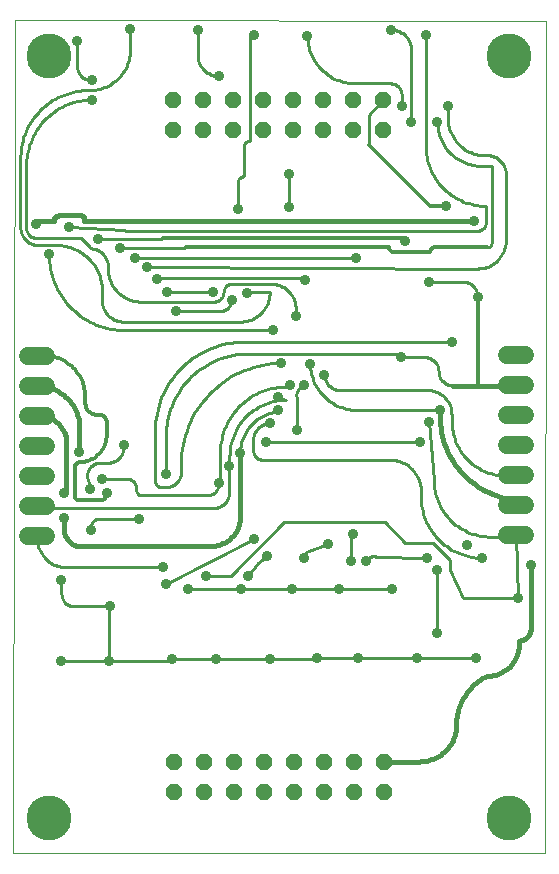
<source format=gbl>
G75*
G70*
%OFA0B0*%
%FSLAX24Y24*%
%IPPOS*%
%LPD*%
%AMOC8*
5,1,8,0,0,1.08239X$1,22.5*
%
%ADD10C,0.0000*%
%ADD11OC8,0.0560*%
%ADD12C,0.0600*%
%ADD13C,0.0100*%
%ADD14C,0.0120*%
%ADD15C,0.0356*%
%ADD16C,0.0160*%
%ADD17C,0.1502*%
D10*
X001418Y000100D02*
X001458Y027856D01*
X019159Y027844D01*
X019135Y000100D01*
X001418Y000100D01*
D11*
X006773Y002155D03*
X007773Y002155D03*
X007773Y003155D03*
X006773Y003155D03*
X008773Y003155D03*
X008773Y002155D03*
X009773Y002155D03*
X009773Y003155D03*
X010773Y003155D03*
X010773Y002155D03*
X011773Y002155D03*
X011773Y003155D03*
X012773Y003155D03*
X012773Y002155D03*
X013773Y002155D03*
X013773Y003155D03*
X013757Y024198D03*
X013757Y025198D03*
X012757Y025198D03*
X012757Y024198D03*
X011757Y024198D03*
X011757Y025198D03*
X010757Y025198D03*
X010757Y024198D03*
X009757Y024198D03*
X009757Y025198D03*
X008757Y025198D03*
X008757Y024198D03*
X007757Y024198D03*
X006757Y024198D03*
X006757Y025198D03*
X007757Y025198D03*
D12*
X002506Y016683D02*
X001906Y016683D01*
X001906Y015683D02*
X002506Y015683D01*
X002506Y014683D02*
X001906Y014683D01*
X001906Y013683D02*
X002506Y013683D01*
X002506Y012683D02*
X001906Y012683D01*
X001906Y011683D02*
X002506Y011683D01*
X002506Y010683D02*
X001906Y010683D01*
X017890Y010722D02*
X018490Y010722D01*
X018490Y011722D02*
X017890Y011722D01*
X017890Y012722D02*
X018490Y012722D01*
X018490Y013722D02*
X017890Y013722D01*
X017890Y014722D02*
X018490Y014722D01*
X018490Y015722D02*
X017890Y015722D01*
X017890Y016722D02*
X018490Y016722D01*
D13*
X016025Y014509D02*
X016027Y014422D01*
X016033Y014335D01*
X016044Y014249D01*
X016058Y014163D01*
X016077Y014078D01*
X016099Y013994D01*
X016125Y013911D01*
X016156Y013830D01*
X016190Y013750D01*
X016228Y013672D01*
X016270Y013596D01*
X016315Y013521D01*
X016364Y013449D01*
X016416Y013380D01*
X016471Y013313D01*
X016530Y013248D01*
X016591Y013187D01*
X016656Y013128D01*
X016723Y013073D01*
X016792Y013021D01*
X016864Y012972D01*
X016938Y012927D01*
X017015Y012885D01*
X017093Y012847D01*
X017173Y012813D01*
X017254Y012782D01*
X017337Y012756D01*
X017421Y012734D01*
X017506Y012715D01*
X017592Y012701D01*
X017678Y012690D01*
X017765Y012684D01*
X017852Y012682D01*
X017852Y012683D02*
X018190Y012722D01*
X017324Y010651D02*
X017234Y010653D01*
X017144Y010660D01*
X017055Y010670D01*
X016966Y010685D01*
X016878Y010704D01*
X016792Y010728D01*
X016706Y010755D01*
X016622Y010786D01*
X016539Y010822D01*
X016458Y010861D01*
X016379Y010904D01*
X016302Y010951D01*
X016228Y011001D01*
X016156Y011055D01*
X016086Y011113D01*
X016020Y011173D01*
X015956Y011237D01*
X015896Y011303D01*
X015838Y011373D01*
X015784Y011445D01*
X015734Y011519D01*
X015687Y011596D01*
X015644Y011675D01*
X015605Y011756D01*
X015569Y011839D01*
X015538Y011923D01*
X015511Y012009D01*
X015487Y012095D01*
X015468Y012183D01*
X015453Y012272D01*
X015443Y012361D01*
X015436Y012451D01*
X015434Y012541D01*
X015277Y014470D01*
X016024Y014746D02*
X016022Y014800D01*
X016017Y014853D01*
X016008Y014906D01*
X015995Y014958D01*
X015979Y015010D01*
X015959Y015060D01*
X015936Y015108D01*
X015909Y015155D01*
X015880Y015200D01*
X015847Y015243D01*
X015812Y015283D01*
X015774Y015321D01*
X015734Y015356D01*
X015691Y015389D01*
X015646Y015418D01*
X015599Y015445D01*
X015551Y015468D01*
X015501Y015488D01*
X015449Y015504D01*
X015397Y015517D01*
X015344Y015526D01*
X015291Y015531D01*
X015237Y015533D01*
X012403Y015533D01*
X012358Y015530D01*
X012313Y015531D01*
X012268Y015535D01*
X012224Y015543D01*
X012180Y015554D01*
X012137Y015568D01*
X012096Y015586D01*
X012056Y015607D01*
X012018Y015631D01*
X011982Y015659D01*
X011948Y015688D01*
X011917Y015721D01*
X011888Y015755D01*
X011862Y015792D01*
X011839Y015831D01*
X011819Y015871D01*
X011803Y015913D01*
X011789Y015956D01*
X011779Y016000D01*
X011773Y016045D01*
X011104Y015691D02*
X011069Y015679D01*
X011036Y015663D01*
X011005Y015644D01*
X010976Y015622D01*
X010949Y015597D01*
X010926Y015569D01*
X010905Y015539D01*
X010887Y015507D01*
X010873Y015473D01*
X010863Y015438D01*
X010856Y015402D01*
X010853Y015366D01*
X010854Y015329D01*
X010859Y015293D01*
X010867Y015258D01*
X010867Y015257D02*
X010867Y014194D01*
X010355Y014824D02*
X010237Y014864D01*
X010237Y015297D02*
X010513Y015218D01*
X010552Y015651D02*
X010631Y015691D01*
X009253Y016754D02*
X014371Y016754D01*
X014371Y016753D02*
X014377Y016737D01*
X014380Y016720D01*
X014379Y016703D01*
X014375Y016686D01*
X014368Y016670D01*
X014358Y016656D01*
X014346Y016644D01*
X014331Y016635D01*
X014332Y016635D02*
X015119Y016635D01*
X015160Y016633D01*
X015201Y016628D01*
X015241Y016619D01*
X015280Y016607D01*
X015318Y016591D01*
X015355Y016572D01*
X015390Y016550D01*
X015422Y016525D01*
X015453Y016497D01*
X015481Y016466D01*
X015506Y016434D01*
X015528Y016399D01*
X015547Y016362D01*
X015563Y016324D01*
X015575Y016285D01*
X015584Y016245D01*
X015589Y016204D01*
X015591Y016163D01*
X015592Y016163D02*
X015594Y016121D01*
X015599Y016080D01*
X015608Y016039D01*
X015621Y015999D01*
X015637Y015960D01*
X015656Y015923D01*
X015679Y015888D01*
X015704Y015854D01*
X015733Y015824D01*
X015763Y015795D01*
X015797Y015770D01*
X015832Y015747D01*
X015869Y015728D01*
X015908Y015712D01*
X015948Y015699D01*
X015989Y015690D01*
X016030Y015685D01*
X016072Y015683D01*
X015631Y014864D02*
X012993Y014864D01*
X012994Y014864D02*
X012914Y014862D01*
X012835Y014864D01*
X012756Y014870D01*
X012677Y014880D01*
X012599Y014893D01*
X012522Y014911D01*
X012445Y014932D01*
X012370Y014957D01*
X012296Y014985D01*
X012224Y015017D01*
X012153Y015053D01*
X012084Y015092D01*
X012017Y015135D01*
X011952Y015180D01*
X011889Y015229D01*
X011829Y015281D01*
X011772Y015336D01*
X011717Y015393D01*
X011665Y015453D01*
X011617Y015516D01*
X011571Y015581D01*
X011529Y015648D01*
X011490Y015717D01*
X011454Y015788D01*
X011422Y015860D01*
X011393Y015934D01*
X011368Y016009D01*
X011347Y016086D01*
X011330Y016163D01*
X011316Y016241D01*
X011307Y016320D01*
X011301Y016399D01*
X010080Y017541D02*
X005119Y017541D01*
X005080Y017817D02*
X008978Y017817D01*
X009096Y017147D02*
X016025Y017147D01*
X016891Y018643D02*
X016889Y018685D01*
X016884Y018727D01*
X016875Y018769D01*
X016863Y018809D01*
X016848Y018849D01*
X016829Y018887D01*
X016808Y018923D01*
X016783Y018957D01*
X016756Y018990D01*
X016726Y019020D01*
X016693Y019047D01*
X016659Y019072D01*
X016623Y019093D01*
X016585Y019112D01*
X016545Y019127D01*
X016505Y019139D01*
X016463Y019148D01*
X016421Y019153D01*
X016379Y019155D01*
X015277Y019155D01*
X016891Y019588D02*
X005867Y019628D01*
X005670Y018486D02*
X005606Y018488D01*
X005542Y018493D01*
X005479Y018503D01*
X005416Y018516D01*
X005354Y018532D01*
X005293Y018552D01*
X005234Y018576D01*
X005175Y018603D01*
X005119Y018634D01*
X005064Y018667D01*
X005012Y018704D01*
X004962Y018744D01*
X004914Y018786D01*
X004868Y018832D01*
X004826Y018880D01*
X004786Y018930D01*
X004749Y018982D01*
X004716Y019037D01*
X004685Y019093D01*
X004658Y019152D01*
X004634Y019211D01*
X004614Y019272D01*
X004598Y019334D01*
X004585Y019397D01*
X004575Y019460D01*
X004570Y019524D01*
X004568Y019588D01*
X004568Y019667D01*
X004962Y020257D02*
X007127Y020257D01*
X007128Y020257D02*
X007129Y020267D01*
X007133Y020277D01*
X007139Y020285D01*
X007148Y020291D01*
X007157Y020295D01*
X007167Y020296D01*
X006418Y020611D02*
X006408Y020610D01*
X006399Y020606D01*
X006390Y020600D01*
X006384Y020592D01*
X006380Y020582D01*
X006379Y020572D01*
X004253Y020572D01*
X003978Y020297D02*
X003663Y020612D01*
X002206Y020612D01*
X002206Y020376D02*
X002796Y020376D01*
X003269Y020966D02*
X005119Y020887D01*
X005120Y020887D02*
X005121Y020877D01*
X005125Y020868D01*
X005131Y020859D01*
X005140Y020853D01*
X005149Y020849D01*
X005159Y020848D01*
X016891Y020848D01*
X016922Y020850D01*
X016952Y020855D01*
X016982Y020863D01*
X017011Y020875D01*
X017038Y020890D01*
X017063Y020908D01*
X017086Y020929D01*
X017107Y020952D01*
X017125Y020977D01*
X017140Y021004D01*
X017152Y021033D01*
X017160Y021063D01*
X017165Y021093D01*
X017167Y021124D01*
X017167Y021675D01*
X017836Y022738D02*
X017834Y022787D01*
X017828Y022837D01*
X017819Y022885D01*
X017805Y022933D01*
X017788Y022979D01*
X017767Y023024D01*
X017743Y023067D01*
X017716Y023108D01*
X017685Y023147D01*
X017651Y023183D01*
X017615Y023217D01*
X017576Y023248D01*
X017535Y023275D01*
X017492Y023299D01*
X017447Y023320D01*
X017401Y023337D01*
X017353Y023351D01*
X017305Y023360D01*
X017255Y023366D01*
X017206Y023368D01*
X017127Y023368D01*
X017167Y021675D02*
X017071Y021677D01*
X016976Y021684D01*
X016881Y021695D01*
X016787Y021711D01*
X016694Y021732D01*
X016601Y021756D01*
X016510Y021785D01*
X016421Y021819D01*
X016333Y021856D01*
X016247Y021898D01*
X016163Y021944D01*
X016081Y021994D01*
X016002Y022047D01*
X015926Y022105D01*
X015852Y022165D01*
X015781Y022230D01*
X015714Y022297D01*
X015649Y022368D01*
X015589Y022442D01*
X015531Y022518D01*
X015478Y022597D01*
X015428Y022679D01*
X015382Y022763D01*
X015340Y022849D01*
X015303Y022937D01*
X015269Y023026D01*
X015240Y023117D01*
X015216Y023210D01*
X015195Y023303D01*
X015179Y023397D01*
X015168Y023492D01*
X015161Y023587D01*
X015159Y023683D01*
X015159Y027383D01*
X014686Y026872D02*
X014686Y024470D01*
X014371Y025021D02*
X014371Y025336D01*
X014369Y025376D01*
X014364Y025416D01*
X014354Y025454D01*
X014342Y025492D01*
X014326Y025529D01*
X014306Y025564D01*
X014284Y025597D01*
X014258Y025628D01*
X014230Y025656D01*
X014199Y025682D01*
X014166Y025704D01*
X014131Y025724D01*
X014094Y025740D01*
X014056Y025752D01*
X014018Y025762D01*
X013978Y025767D01*
X013938Y025769D01*
X012796Y025769D01*
X013757Y025198D02*
X013269Y024710D01*
X013269Y023722D01*
X014686Y026872D02*
X014684Y026922D01*
X014679Y026972D01*
X014669Y027021D01*
X014656Y027069D01*
X014640Y027116D01*
X014620Y027162D01*
X014596Y027207D01*
X014570Y027249D01*
X014540Y027289D01*
X014507Y027327D01*
X014472Y027362D01*
X014434Y027395D01*
X014394Y027425D01*
X014352Y027451D01*
X014307Y027475D01*
X014261Y027495D01*
X014214Y027511D01*
X014166Y027524D01*
X014117Y027534D01*
X014067Y027539D01*
X014017Y027541D01*
X012796Y025769D02*
X012719Y025771D01*
X012642Y025777D01*
X012565Y025786D01*
X012489Y025799D01*
X012413Y025816D01*
X012339Y025837D01*
X012265Y025861D01*
X012193Y025889D01*
X012123Y025920D01*
X012054Y025955D01*
X011986Y025993D01*
X011921Y026034D01*
X011858Y026079D01*
X011797Y026127D01*
X011738Y026177D01*
X011682Y026230D01*
X011629Y026286D01*
X011579Y026345D01*
X011531Y026406D01*
X011486Y026469D01*
X011445Y026534D01*
X011407Y026602D01*
X011372Y026671D01*
X011341Y026741D01*
X011313Y026813D01*
X011289Y026887D01*
X011268Y026961D01*
X011251Y027037D01*
X011238Y027113D01*
X011229Y027190D01*
X011223Y027267D01*
X011221Y027344D01*
X009450Y027383D02*
X009428Y027381D01*
X009406Y027377D01*
X009385Y027369D01*
X009365Y027358D01*
X009347Y027345D01*
X009331Y027329D01*
X009318Y027311D01*
X009307Y027291D01*
X009299Y027270D01*
X009295Y027248D01*
X009293Y027226D01*
X009292Y027226D02*
X009292Y023840D01*
X009266Y023838D01*
X009241Y023833D01*
X009217Y023825D01*
X009194Y023814D01*
X009172Y023799D01*
X009153Y023782D01*
X009136Y023763D01*
X009121Y023742D01*
X009110Y023718D01*
X009102Y023694D01*
X009097Y023669D01*
X009095Y023643D01*
X009096Y023643D02*
X009096Y022659D01*
X009070Y022657D01*
X009045Y022652D01*
X009021Y022644D01*
X008998Y022633D01*
X008976Y022618D01*
X008957Y022601D01*
X008940Y022582D01*
X008925Y022561D01*
X008914Y022537D01*
X008906Y022513D01*
X008901Y022488D01*
X008899Y022462D01*
X008899Y021557D01*
X010592Y021635D02*
X010592Y022738D01*
X012718Y019943D02*
X005474Y019943D01*
X005119Y017541D02*
X004999Y017544D01*
X004879Y017552D01*
X004760Y017567D01*
X004642Y017587D01*
X004525Y017612D01*
X004409Y017643D01*
X004295Y017680D01*
X004182Y017722D01*
X004072Y017769D01*
X003964Y017821D01*
X003859Y017879D01*
X003757Y017941D01*
X003657Y018008D01*
X003561Y018080D01*
X003469Y018157D01*
X003380Y018237D01*
X003295Y018322D01*
X003215Y018411D01*
X003138Y018503D01*
X003066Y018599D01*
X002999Y018699D01*
X002937Y018801D01*
X002879Y018906D01*
X002827Y019014D01*
X002780Y019124D01*
X002738Y019237D01*
X002701Y019351D01*
X002670Y019467D01*
X002645Y019584D01*
X002625Y019702D01*
X002610Y019821D01*
X002602Y019941D01*
X002599Y020061D01*
X002206Y020612D02*
X002173Y020610D01*
X002140Y020611D01*
X002107Y020616D01*
X002075Y020624D01*
X002044Y020635D01*
X002014Y020649D01*
X001986Y020667D01*
X001960Y020687D01*
X001936Y020710D01*
X001914Y020736D01*
X001896Y020763D01*
X001880Y020792D01*
X001867Y020823D01*
X001858Y020855D01*
X001852Y020888D01*
X001852Y020887D02*
X001852Y023092D01*
X001655Y023328D02*
X001655Y020966D01*
X002167Y021084D02*
X002167Y021124D01*
X002168Y021134D01*
X002172Y021144D01*
X002178Y021152D01*
X002187Y021158D01*
X002196Y021162D01*
X002206Y021163D01*
X001655Y020966D02*
X001656Y020921D01*
X001659Y020876D01*
X001667Y020832D01*
X001677Y020788D01*
X001691Y020746D01*
X001709Y020704D01*
X001729Y020665D01*
X001753Y020626D01*
X001779Y020590D01*
X001809Y020556D01*
X001840Y020525D01*
X001875Y020496D01*
X001911Y020470D01*
X001949Y020446D01*
X001989Y020426D01*
X002031Y020409D01*
X002074Y020396D01*
X002117Y020385D01*
X002162Y020379D01*
X002206Y020375D01*
X002797Y020375D02*
X002872Y020376D01*
X002947Y020372D01*
X003022Y020365D01*
X003097Y020354D01*
X003171Y020339D01*
X003244Y020321D01*
X003316Y020299D01*
X003387Y020274D01*
X003457Y020245D01*
X003525Y020213D01*
X003592Y020177D01*
X003656Y020139D01*
X003719Y020097D01*
X003780Y020052D01*
X003838Y020004D01*
X003894Y019954D01*
X003947Y019900D01*
X003998Y019845D01*
X004046Y019786D01*
X004091Y019726D01*
X004133Y019663D01*
X004172Y019599D01*
X004207Y019532D01*
X004240Y019464D01*
X004268Y019394D01*
X004294Y019323D01*
X004316Y019251D01*
X004334Y019178D01*
X004349Y019104D01*
X004360Y019030D01*
X004368Y018955D01*
X004371Y018879D01*
X004371Y018880D02*
X004371Y018525D01*
X004373Y018474D01*
X004378Y018424D01*
X004387Y018374D01*
X004400Y018325D01*
X004416Y018277D01*
X004435Y018230D01*
X004458Y018185D01*
X004484Y018142D01*
X004512Y018100D01*
X004544Y018061D01*
X004579Y018024D01*
X004616Y017989D01*
X004655Y017957D01*
X004697Y017929D01*
X004740Y017903D01*
X004785Y017880D01*
X004832Y017861D01*
X004880Y017845D01*
X004929Y017832D01*
X004979Y017823D01*
X005029Y017818D01*
X005080Y017816D01*
X005670Y018486D02*
X008111Y018486D01*
X008190Y018171D02*
X008231Y018166D01*
X008271Y018164D01*
X008312Y018166D01*
X008352Y018172D01*
X008392Y018181D01*
X008430Y018195D01*
X008467Y018211D01*
X008502Y018231D01*
X008536Y018254D01*
X008567Y018280D01*
X008596Y018309D01*
X008621Y018341D01*
X008644Y018374D01*
X008664Y018410D01*
X008680Y018447D01*
X008693Y018486D01*
X008702Y018525D01*
X008426Y018800D02*
X008425Y018831D01*
X008428Y018862D01*
X008435Y018892D01*
X008446Y018922D01*
X008460Y018949D01*
X008477Y018975D01*
X008497Y018999D01*
X008520Y019020D01*
X008545Y019038D01*
X008573Y019053D01*
X008602Y019064D01*
X008632Y019072D01*
X008662Y019076D01*
X008663Y019076D02*
X010001Y019076D01*
X009962Y018801D02*
X009253Y018801D01*
X009253Y018800D02*
X009243Y018799D01*
X009234Y018795D01*
X009225Y018789D01*
X009219Y018781D01*
X009215Y018771D01*
X009214Y018761D01*
X009962Y018801D02*
X009960Y018739D01*
X009954Y018678D01*
X009945Y018617D01*
X009931Y018556D01*
X009914Y018497D01*
X009893Y018439D01*
X009868Y018382D01*
X009840Y018327D01*
X009809Y018274D01*
X009774Y018223D01*
X009736Y018174D01*
X009695Y018127D01*
X009652Y018084D01*
X009605Y018043D01*
X009556Y018005D01*
X009505Y017970D01*
X009452Y017939D01*
X009397Y017911D01*
X009340Y017886D01*
X009282Y017865D01*
X009223Y017848D01*
X009162Y017834D01*
X009101Y017825D01*
X009040Y017819D01*
X008978Y017817D01*
X008190Y018171D02*
X006852Y018171D01*
X006537Y018801D02*
X008072Y018801D01*
X008111Y018486D02*
X008144Y018488D01*
X008176Y018493D01*
X008208Y018501D01*
X008239Y018513D01*
X008269Y018528D01*
X008296Y018546D01*
X008322Y018567D01*
X008345Y018590D01*
X008366Y018616D01*
X008384Y018644D01*
X008399Y018673D01*
X008411Y018704D01*
X008419Y018736D01*
X008424Y018768D01*
X008426Y018801D01*
X010001Y019077D02*
X010057Y019075D01*
X010114Y019069D01*
X010169Y019060D01*
X010224Y019046D01*
X010278Y019029D01*
X010330Y019009D01*
X010381Y018984D01*
X010431Y018957D01*
X010478Y018926D01*
X010523Y018892D01*
X010565Y018854D01*
X010605Y018814D01*
X010643Y018772D01*
X010677Y018727D01*
X010708Y018680D01*
X010735Y018630D01*
X010760Y018579D01*
X010780Y018527D01*
X010797Y018473D01*
X010811Y018418D01*
X010820Y018363D01*
X010826Y018306D01*
X010828Y018250D01*
X010828Y018013D01*
X011143Y019194D02*
X011141Y019209D01*
X011137Y019224D01*
X011130Y019238D01*
X011120Y019250D01*
X011108Y019260D01*
X011094Y019267D01*
X011079Y019271D01*
X011064Y019273D01*
X006340Y019273D01*
X006339Y019274D02*
X006334Y019267D01*
X006331Y019258D01*
X006331Y019250D01*
X006334Y019241D01*
X006339Y019234D01*
X006340Y019234D02*
X006222Y019234D01*
X004569Y019667D02*
X004567Y019713D01*
X004562Y019759D01*
X004553Y019805D01*
X004540Y019850D01*
X004524Y019893D01*
X004505Y019935D01*
X004482Y019976D01*
X004456Y020014D01*
X004427Y020051D01*
X004396Y020085D01*
X004362Y020116D01*
X004325Y020145D01*
X004287Y020171D01*
X004246Y020194D01*
X004204Y020213D01*
X004161Y020229D01*
X004116Y020242D01*
X004070Y020251D01*
X004024Y020256D01*
X003978Y020258D01*
X003978Y020257D02*
X003978Y020297D01*
X001851Y023092D02*
X001856Y023199D01*
X001866Y023304D01*
X001881Y023410D01*
X001901Y023514D01*
X001926Y023617D01*
X001956Y023719D01*
X001991Y023820D01*
X002031Y023918D01*
X002076Y024015D01*
X002126Y024109D01*
X002180Y024200D01*
X002238Y024289D01*
X002301Y024375D01*
X002368Y024457D01*
X002439Y024537D01*
X002514Y024612D01*
X002592Y024684D01*
X002674Y024752D01*
X002759Y024816D01*
X002847Y024876D01*
X002937Y024931D01*
X003031Y024981D01*
X003127Y025028D01*
X003225Y025069D01*
X003324Y025105D01*
X003426Y025137D01*
X003529Y025163D01*
X003633Y025185D01*
X003738Y025201D01*
X003844Y025212D01*
X003950Y025218D01*
X004056Y025219D01*
X004056Y025887D02*
X003938Y025887D01*
X003939Y025887D02*
X003899Y025892D01*
X003860Y025901D01*
X003822Y025914D01*
X003785Y025930D01*
X003750Y025950D01*
X003716Y025972D01*
X003686Y025998D01*
X003657Y026026D01*
X003631Y026057D01*
X003609Y026090D01*
X003589Y026125D01*
X003573Y026162D01*
X003560Y026200D01*
X003551Y026239D01*
X003545Y026279D01*
X003543Y026319D01*
X003545Y026359D01*
X003544Y026360D02*
X003544Y027187D01*
X003938Y025533D02*
X004010Y025535D01*
X004082Y025541D01*
X004154Y025550D01*
X004225Y025563D01*
X004295Y025580D01*
X004364Y025600D01*
X004432Y025625D01*
X004498Y025652D01*
X004564Y025683D01*
X004627Y025718D01*
X004689Y025755D01*
X004748Y025796D01*
X004805Y025840D01*
X004860Y025887D01*
X004912Y025937D01*
X004962Y025989D01*
X005009Y026044D01*
X005053Y026101D01*
X005094Y026160D01*
X005131Y026222D01*
X005166Y026285D01*
X005197Y026351D01*
X005224Y026417D01*
X005249Y026485D01*
X005269Y026554D01*
X005286Y026624D01*
X005299Y026695D01*
X005308Y026767D01*
X005314Y026839D01*
X005316Y026911D01*
X005316Y027580D01*
X007560Y027541D02*
X007560Y026714D01*
X007562Y026663D01*
X007567Y026613D01*
X007576Y026563D01*
X007589Y026514D01*
X007605Y026466D01*
X007624Y026419D01*
X007647Y026374D01*
X007673Y026331D01*
X007701Y026289D01*
X007733Y026250D01*
X007768Y026213D01*
X007805Y026178D01*
X007844Y026146D01*
X007886Y026118D01*
X007929Y026092D01*
X007974Y026069D01*
X008021Y026050D01*
X008069Y026034D01*
X008118Y026021D01*
X008168Y026012D01*
X008218Y026007D01*
X008269Y026005D01*
X003938Y025533D02*
X003832Y025532D01*
X003725Y025526D01*
X003619Y025515D01*
X003513Y025500D01*
X003408Y025479D01*
X003305Y025453D01*
X003202Y025422D01*
X003102Y025387D01*
X003003Y025346D01*
X002906Y025301D01*
X002811Y025252D01*
X002719Y025198D01*
X002630Y025139D01*
X002543Y025077D01*
X002459Y025010D01*
X002379Y024940D01*
X002302Y024866D01*
X002229Y024788D01*
X002160Y024707D01*
X002094Y024623D01*
X002033Y024535D01*
X001976Y024445D01*
X001923Y024352D01*
X001874Y024257D01*
X001831Y024159D01*
X001792Y024060D01*
X001757Y023959D01*
X001728Y023856D01*
X001703Y023752D01*
X001684Y023647D01*
X001669Y023541D01*
X001660Y023435D01*
X001655Y023328D01*
X006143Y014194D02*
X006143Y012502D01*
X006145Y012476D01*
X006150Y012451D01*
X006158Y012427D01*
X006169Y012404D01*
X006184Y012382D01*
X006201Y012363D01*
X006220Y012346D01*
X006242Y012331D01*
X006265Y012320D01*
X006289Y012312D01*
X006314Y012307D01*
X006340Y012305D01*
X006497Y012305D01*
X006497Y012738D02*
X006497Y013998D01*
X007009Y013092D02*
X007009Y012817D01*
X007007Y012775D01*
X007002Y012733D01*
X006993Y012691D01*
X006981Y012651D01*
X006966Y012611D01*
X006947Y012573D01*
X006926Y012537D01*
X006901Y012503D01*
X006874Y012470D01*
X006844Y012440D01*
X006811Y012413D01*
X006777Y012388D01*
X006741Y012367D01*
X006703Y012348D01*
X006663Y012333D01*
X006623Y012321D01*
X006581Y012312D01*
X006539Y012307D01*
X006497Y012305D01*
X005710Y012029D02*
X005684Y012031D01*
X005659Y012036D01*
X005635Y012044D01*
X005612Y012055D01*
X005590Y012070D01*
X005571Y012087D01*
X005554Y012106D01*
X005539Y012128D01*
X005528Y012151D01*
X005520Y012175D01*
X005515Y012200D01*
X005513Y012226D01*
X005710Y012029D02*
X007875Y012029D01*
X008072Y011596D02*
X008116Y011600D01*
X008161Y011606D01*
X008204Y011617D01*
X008247Y011630D01*
X008289Y011647D01*
X008329Y011667D01*
X008367Y011691D01*
X008403Y011717D01*
X008438Y011746D01*
X008469Y011777D01*
X008499Y011811D01*
X008525Y011847D01*
X008549Y011886D01*
X008569Y011925D01*
X008587Y011967D01*
X008601Y012009D01*
X008611Y012053D01*
X008619Y012097D01*
X008622Y012142D01*
X008623Y012187D01*
X008623Y013013D01*
X008623Y013328D01*
X008308Y013486D02*
X008308Y012462D01*
X008307Y012452D01*
X008303Y012443D01*
X008297Y012434D01*
X008289Y012428D01*
X008279Y012424D01*
X008269Y012423D01*
X008267Y012384D01*
X008261Y012346D01*
X008252Y012309D01*
X008239Y012272D01*
X008222Y012237D01*
X008203Y012204D01*
X008180Y012173D01*
X008154Y012144D01*
X008125Y012118D01*
X008094Y012095D01*
X008061Y012076D01*
X008026Y012059D01*
X007989Y012046D01*
X007952Y012037D01*
X007914Y012031D01*
X007875Y012029D01*
X008072Y011596D02*
X002253Y011596D01*
X002239Y011602D01*
X002226Y011611D01*
X002216Y011623D01*
X002208Y011637D01*
X002204Y011652D01*
X002203Y011667D01*
X002206Y011683D01*
X002206Y010683D02*
X002206Y010612D01*
X002208Y010550D01*
X002214Y010489D01*
X002223Y010428D01*
X002237Y010367D01*
X002254Y010308D01*
X002275Y010250D01*
X002300Y010193D01*
X002328Y010138D01*
X002359Y010085D01*
X002394Y010034D01*
X002432Y009985D01*
X002473Y009938D01*
X002516Y009895D01*
X002563Y009854D01*
X002612Y009816D01*
X002663Y009781D01*
X002716Y009750D01*
X002771Y009722D01*
X002828Y009697D01*
X002886Y009676D01*
X002945Y009659D01*
X003006Y009645D01*
X003067Y009636D01*
X003128Y009630D01*
X003190Y009628D01*
X006418Y009628D01*
X006497Y009076D02*
X009450Y010572D01*
X009883Y010021D02*
X009568Y009785D01*
X009253Y009352D01*
X009017Y008919D02*
X010710Y008919D01*
X012285Y008919D01*
X014056Y008919D01*
X013505Y009982D02*
X013476Y009990D01*
X013446Y009994D01*
X013416Y009995D01*
X013386Y009992D01*
X013357Y009985D01*
X013328Y009975D01*
X013301Y009962D01*
X013276Y009945D01*
X013253Y009925D01*
X013233Y009903D01*
X013215Y009879D01*
X013201Y009853D01*
X013190Y009825D01*
X013505Y009982D02*
X015198Y009943D01*
X015395Y010454D02*
X014489Y010454D01*
X013820Y011124D01*
X010434Y011124D01*
X008663Y009352D01*
X007836Y009352D01*
X007245Y008919D02*
X009017Y008919D01*
X008190Y006557D02*
X006694Y006557D01*
X006694Y006517D01*
X004607Y006517D01*
X002993Y006517D01*
X003426Y008328D02*
X004647Y008328D01*
X004607Y008328D01*
X004607Y006517D01*
X003426Y008328D02*
X003387Y008330D01*
X003349Y008336D01*
X003312Y008345D01*
X003275Y008358D01*
X003240Y008375D01*
X003207Y008394D01*
X003176Y008417D01*
X003147Y008443D01*
X003121Y008472D01*
X003098Y008503D01*
X003079Y008536D01*
X003062Y008571D01*
X003049Y008608D01*
X003040Y008645D01*
X003034Y008683D01*
X003032Y008722D01*
X003033Y008722D02*
X003023Y008723D01*
X003014Y008727D01*
X003005Y008733D01*
X002999Y008742D01*
X002995Y008751D01*
X002994Y008761D01*
X002993Y008761D02*
X002993Y009194D01*
X004017Y010887D02*
X004017Y011006D01*
X004019Y011034D01*
X004024Y011062D01*
X004032Y011090D01*
X004044Y011116D01*
X004059Y011140D01*
X004076Y011162D01*
X004097Y011183D01*
X004119Y011200D01*
X004143Y011215D01*
X004169Y011227D01*
X004197Y011235D01*
X004225Y011240D01*
X004253Y011242D01*
X005592Y011242D01*
X005513Y012226D02*
X005515Y012259D01*
X005514Y012292D01*
X005509Y012325D01*
X005501Y012357D01*
X005490Y012388D01*
X005476Y012418D01*
X005458Y012446D01*
X005438Y012472D01*
X005415Y012496D01*
X005389Y012518D01*
X005362Y012536D01*
X005333Y012552D01*
X005302Y012565D01*
X005270Y012574D01*
X005237Y012580D01*
X004371Y012580D01*
X003898Y012580D02*
X003889Y012617D01*
X003883Y012654D01*
X003881Y012692D01*
X003882Y012730D01*
X003887Y012768D01*
X003895Y012805D01*
X003907Y012841D01*
X003922Y012876D01*
X003940Y012909D01*
X003961Y012941D01*
X003984Y012971D01*
X004011Y012998D01*
X004040Y013022D01*
X004071Y013044D01*
X004104Y013063D01*
X004138Y013079D01*
X004174Y013092D01*
X004489Y013092D01*
X004538Y013094D01*
X004588Y013100D01*
X004636Y013109D01*
X004684Y013123D01*
X004730Y013140D01*
X004775Y013161D01*
X004818Y013185D01*
X004859Y013212D01*
X004898Y013243D01*
X004934Y013277D01*
X004968Y013313D01*
X004999Y013352D01*
X005026Y013393D01*
X005050Y013436D01*
X005071Y013481D01*
X005088Y013527D01*
X005102Y013575D01*
X005111Y013623D01*
X005117Y013673D01*
X005119Y013722D01*
X003899Y012580D02*
X003978Y012226D01*
X008190Y006557D02*
X009962Y006557D01*
X011537Y006557D01*
X011537Y006596D01*
X012915Y006596D01*
X014883Y006596D01*
X016852Y006596D01*
X015552Y007423D02*
X015552Y009549D01*
X015985Y009549D02*
X015985Y009864D01*
X015395Y010454D01*
X015985Y009549D02*
X016418Y008604D01*
X018230Y008604D01*
X018190Y010722D01*
X018193Y010710D01*
X018194Y010698D01*
X018191Y010685D01*
X018186Y010674D01*
X018179Y010664D01*
X018170Y010656D01*
X018159Y010651D01*
X017324Y010651D01*
X017048Y009943D02*
X016951Y009945D01*
X016853Y009952D01*
X016757Y009964D01*
X016661Y009980D01*
X016565Y010001D01*
X016471Y010026D01*
X016378Y010056D01*
X016287Y010090D01*
X016198Y010128D01*
X016110Y010171D01*
X016024Y010217D01*
X015941Y010268D01*
X015861Y010323D01*
X015783Y010381D01*
X015708Y010443D01*
X015635Y010509D01*
X015567Y010577D01*
X015501Y010650D01*
X015439Y010725D01*
X015381Y010803D01*
X015326Y010883D01*
X015275Y010967D01*
X015229Y011052D01*
X015186Y011140D01*
X015148Y011229D01*
X015114Y011320D01*
X015084Y011413D01*
X015059Y011507D01*
X015038Y011603D01*
X015022Y011699D01*
X015010Y011795D01*
X015003Y011893D01*
X015001Y011990D01*
X015001Y012187D01*
X015002Y012187D02*
X015000Y012249D01*
X014995Y012310D01*
X014985Y012372D01*
X014972Y012432D01*
X014956Y012492D01*
X014935Y012550D01*
X014912Y012607D01*
X014885Y012663D01*
X014854Y012717D01*
X014821Y012769D01*
X014784Y012819D01*
X014744Y012866D01*
X014702Y012911D01*
X014657Y012953D01*
X014610Y012993D01*
X014560Y013030D01*
X014508Y013063D01*
X014454Y013094D01*
X014398Y013121D01*
X014341Y013144D01*
X014283Y013165D01*
X014223Y013181D01*
X014163Y013194D01*
X014101Y013204D01*
X014040Y013209D01*
X013978Y013211D01*
X013978Y013210D02*
X009726Y013210D01*
X009693Y013212D01*
X009661Y013217D01*
X009629Y013225D01*
X009598Y013237D01*
X009569Y013252D01*
X009541Y013270D01*
X009515Y013291D01*
X009492Y013314D01*
X009471Y013340D01*
X009453Y013368D01*
X009438Y013397D01*
X009426Y013428D01*
X009418Y013460D01*
X009413Y013492D01*
X009411Y013525D01*
X009411Y013880D01*
X009253Y016754D02*
X009122Y016751D01*
X008991Y016742D01*
X008861Y016726D01*
X008731Y016704D01*
X008603Y016676D01*
X008477Y016642D01*
X008352Y016602D01*
X008229Y016557D01*
X008108Y016505D01*
X007990Y016448D01*
X007875Y016385D01*
X007763Y016316D01*
X007654Y016243D01*
X007549Y016164D01*
X007448Y016081D01*
X007351Y015993D01*
X007258Y015900D01*
X007170Y015803D01*
X007087Y015702D01*
X007008Y015597D01*
X006935Y015488D01*
X006866Y015376D01*
X006803Y015261D01*
X006746Y015143D01*
X006694Y015022D01*
X006649Y014899D01*
X006609Y014774D01*
X006575Y014648D01*
X006547Y014520D01*
X006525Y014390D01*
X006509Y014260D01*
X006500Y014129D01*
X006497Y013998D01*
X006143Y014194D02*
X006146Y014335D01*
X006156Y014475D01*
X006173Y014614D01*
X006196Y014753D01*
X006226Y014890D01*
X006263Y015026D01*
X006305Y015160D01*
X006355Y015292D01*
X006410Y015421D01*
X006471Y015547D01*
X006539Y015671D01*
X006612Y015791D01*
X006691Y015907D01*
X006775Y016019D01*
X006864Y016128D01*
X006959Y016232D01*
X007058Y016331D01*
X007162Y016426D01*
X007271Y016515D01*
X007383Y016599D01*
X007499Y016678D01*
X007619Y016751D01*
X007743Y016819D01*
X007869Y016880D01*
X007998Y016935D01*
X008130Y016985D01*
X008264Y017027D01*
X008400Y017064D01*
X008537Y017094D01*
X008676Y017117D01*
X008815Y017134D01*
X008955Y017144D01*
X009096Y017147D01*
X009962Y014431D02*
X009916Y014429D01*
X009871Y014423D01*
X009827Y014414D01*
X009783Y014401D01*
X009741Y014385D01*
X009700Y014365D01*
X009661Y014341D01*
X009624Y014315D01*
X009589Y014285D01*
X009557Y014253D01*
X009527Y014218D01*
X009501Y014181D01*
X009477Y014142D01*
X009457Y014101D01*
X009441Y014059D01*
X009428Y014015D01*
X009419Y013971D01*
X009413Y013926D01*
X009411Y013880D01*
X009844Y013801D02*
X014962Y013801D01*
X016025Y014509D02*
X016025Y014746D01*
X012757Y010730D02*
X012751Y010742D01*
X012742Y010753D01*
X012732Y010762D01*
X012719Y010768D01*
X012706Y010772D01*
X012692Y010772D01*
X012678Y010769D01*
X012678Y009824D01*
X011891Y010415D02*
X011182Y010139D01*
X011104Y009943D01*
X007009Y013092D02*
X007013Y013251D01*
X007024Y013410D01*
X007043Y013568D01*
X007069Y013725D01*
X007103Y013881D01*
X007145Y014035D01*
X007193Y014186D01*
X007249Y014336D01*
X007311Y014482D01*
X007381Y014625D01*
X007457Y014765D01*
X007540Y014901D01*
X007629Y015033D01*
X007725Y015160D01*
X007826Y015283D01*
X007933Y015401D01*
X008046Y015514D01*
X008164Y015621D01*
X008287Y015722D01*
X008414Y015818D01*
X008546Y015907D01*
X008682Y015990D01*
X008822Y016066D01*
X008965Y016136D01*
X009111Y016198D01*
X009261Y016254D01*
X009412Y016302D01*
X009566Y016344D01*
X009722Y016378D01*
X009879Y016404D01*
X010037Y016423D01*
X010196Y016434D01*
X010355Y016438D01*
X010355Y014824D02*
X010283Y014822D01*
X010211Y014816D01*
X010139Y014807D01*
X010068Y014794D01*
X009998Y014777D01*
X009929Y014757D01*
X009861Y014732D01*
X009795Y014705D01*
X009729Y014674D01*
X009666Y014639D01*
X009604Y014602D01*
X009545Y014561D01*
X009488Y014517D01*
X009433Y014470D01*
X009381Y014420D01*
X009331Y014368D01*
X009284Y014313D01*
X009240Y014256D01*
X009199Y014197D01*
X009162Y014135D01*
X009127Y014072D01*
X009096Y014006D01*
X009069Y013940D01*
X009044Y013872D01*
X009024Y013803D01*
X009007Y013733D01*
X008994Y013662D01*
X008985Y013590D01*
X008979Y013518D01*
X008977Y013446D01*
X008308Y013485D02*
X008313Y013593D01*
X008323Y013701D01*
X008338Y013808D01*
X008358Y013915D01*
X008384Y014020D01*
X008415Y014124D01*
X008450Y014226D01*
X008491Y014326D01*
X008537Y014424D01*
X008587Y014520D01*
X008642Y014613D01*
X008702Y014704D01*
X008766Y014791D01*
X008834Y014875D01*
X008906Y014956D01*
X008982Y015033D01*
X009062Y015106D01*
X009145Y015175D01*
X009231Y015240D01*
X009321Y015301D01*
X009413Y015357D01*
X009508Y015409D01*
X009606Y015456D01*
X009706Y015498D01*
X009807Y015535D01*
X009911Y015567D01*
X010016Y015594D01*
X010122Y015616D01*
X010228Y015633D01*
X010336Y015644D01*
X010444Y015650D01*
X010552Y015651D01*
X010513Y015218D02*
X010423Y015216D01*
X010333Y015209D01*
X010244Y015199D01*
X010155Y015184D01*
X010067Y015165D01*
X009981Y015141D01*
X009895Y015114D01*
X009811Y015083D01*
X009728Y015047D01*
X009647Y015008D01*
X009568Y014965D01*
X009491Y014918D01*
X009417Y014868D01*
X009345Y014814D01*
X009275Y014756D01*
X009209Y014696D01*
X009145Y014632D01*
X009085Y014566D01*
X009027Y014496D01*
X008973Y014424D01*
X008923Y014350D01*
X008876Y014273D01*
X008833Y014194D01*
X008794Y014113D01*
X008758Y014030D01*
X008727Y013946D01*
X008700Y013860D01*
X008676Y013774D01*
X008657Y013686D01*
X008642Y013597D01*
X008632Y013508D01*
X008625Y013418D01*
X008623Y013328D01*
X012718Y019942D02*
X012730Y019953D01*
X012745Y019961D01*
X012761Y019965D01*
X012777Y019967D01*
X012793Y019965D01*
X012809Y019961D01*
X012824Y019953D01*
X012836Y019942D01*
X015907Y024588D02*
X015907Y025021D01*
X015552Y024470D02*
X015554Y024396D01*
X015559Y024323D01*
X015569Y024249D01*
X015582Y024177D01*
X015599Y024105D01*
X015619Y024034D01*
X015643Y023964D01*
X015670Y023895D01*
X015701Y023828D01*
X015735Y023763D01*
X015773Y023699D01*
X015813Y023638D01*
X015857Y023578D01*
X015903Y023521D01*
X015953Y023466D01*
X016005Y023414D01*
X016060Y023364D01*
X016117Y023318D01*
X016177Y023274D01*
X016238Y023234D01*
X016302Y023196D01*
X016367Y023162D01*
X016434Y023131D01*
X016503Y023104D01*
X016573Y023080D01*
X016644Y023060D01*
X016716Y023043D01*
X016788Y023030D01*
X016862Y023020D01*
X016935Y023015D01*
X017009Y023013D01*
X017363Y023013D01*
X017363Y020454D01*
X017361Y020432D01*
X017357Y020410D01*
X017349Y020389D01*
X017338Y020369D01*
X017325Y020351D01*
X017309Y020335D01*
X017291Y020322D01*
X017271Y020311D01*
X017250Y020303D01*
X017228Y020299D01*
X017206Y020297D01*
X017836Y020533D02*
X017834Y020474D01*
X017829Y020415D01*
X017819Y020356D01*
X017806Y020298D01*
X017790Y020241D01*
X017770Y020185D01*
X017746Y020131D01*
X017719Y020078D01*
X017689Y020027D01*
X017656Y019978D01*
X017619Y019931D01*
X017580Y019886D01*
X017538Y019844D01*
X017493Y019805D01*
X017446Y019768D01*
X017397Y019735D01*
X017346Y019705D01*
X017293Y019678D01*
X017239Y019654D01*
X017183Y019634D01*
X017126Y019618D01*
X017068Y019605D01*
X017009Y019595D01*
X016950Y019590D01*
X016891Y019588D01*
X017836Y020533D02*
X017836Y022738D01*
X017127Y023368D02*
X017059Y023370D01*
X016990Y023376D01*
X016923Y023385D01*
X016856Y023399D01*
X016789Y023416D01*
X016724Y023436D01*
X016660Y023461D01*
X016598Y023489D01*
X016537Y023520D01*
X016478Y023555D01*
X016421Y023593D01*
X016366Y023634D01*
X016314Y023678D01*
X016264Y023725D01*
X016217Y023775D01*
X016173Y023827D01*
X016132Y023882D01*
X016094Y023939D01*
X016059Y023998D01*
X016028Y024059D01*
X016000Y024121D01*
X015975Y024185D01*
X015955Y024250D01*
X015938Y024317D01*
X015924Y024384D01*
X015915Y024451D01*
X015909Y024520D01*
X015907Y024588D01*
D14*
X013269Y023722D02*
X015316Y021675D01*
X015828Y021675D01*
X015474Y020297D02*
X017206Y020297D01*
X016891Y018643D02*
X016891Y015761D01*
X016893Y015746D01*
X016897Y015731D01*
X016904Y015717D01*
X016914Y015705D01*
X016926Y015695D01*
X016940Y015688D01*
X016955Y015684D01*
X016970Y015682D01*
X015317Y020139D02*
X015319Y020161D01*
X015323Y020183D01*
X015331Y020204D01*
X015342Y020224D01*
X015355Y020242D01*
X015371Y020258D01*
X015389Y020271D01*
X015409Y020282D01*
X015430Y020290D01*
X015452Y020294D01*
X015474Y020296D01*
X015316Y020139D02*
X014096Y020139D01*
X014096Y020140D02*
X014074Y020142D01*
X014052Y020146D01*
X014031Y020154D01*
X014011Y020165D01*
X013993Y020178D01*
X013977Y020194D01*
X013964Y020212D01*
X013953Y020232D01*
X013945Y020253D01*
X013941Y020275D01*
X013939Y020297D01*
X013938Y020297D02*
X007167Y020297D01*
X006418Y020612D02*
X014371Y020612D01*
X014391Y020610D01*
X014411Y020605D01*
X014430Y020596D01*
X014447Y020584D01*
X014461Y020570D01*
X014473Y020553D01*
X014482Y020534D01*
X014487Y020514D01*
X014489Y020494D01*
X004529Y014470D02*
X004529Y014037D01*
X004528Y014470D02*
X004526Y014498D01*
X004521Y014526D01*
X004513Y014554D01*
X004501Y014580D01*
X004486Y014604D01*
X004469Y014626D01*
X004448Y014647D01*
X004426Y014664D01*
X004402Y014679D01*
X004376Y014691D01*
X004348Y014699D01*
X004320Y014704D01*
X004292Y014706D01*
X004214Y014706D01*
X004175Y014708D01*
X004137Y014714D01*
X004100Y014723D01*
X004063Y014736D01*
X004028Y014753D01*
X003995Y014772D01*
X003964Y014795D01*
X003935Y014821D01*
X003909Y014850D01*
X003886Y014881D01*
X003867Y014914D01*
X003850Y014949D01*
X003837Y014986D01*
X003828Y015023D01*
X003822Y015061D01*
X003820Y015100D01*
X003820Y015297D01*
X004529Y014037D02*
X004527Y013978D01*
X004521Y013919D01*
X004512Y013860D01*
X004498Y013803D01*
X004481Y013746D01*
X004460Y013690D01*
X004436Y013636D01*
X004408Y013584D01*
X004376Y013534D01*
X004342Y013485D01*
X004304Y013440D01*
X004264Y013396D01*
X004220Y013356D01*
X004175Y013318D01*
X004126Y013284D01*
X004076Y013252D01*
X004024Y013224D01*
X003970Y013200D01*
X003914Y013179D01*
X003857Y013162D01*
X003800Y013148D01*
X003741Y013139D01*
X003682Y013133D01*
X003623Y013131D01*
X003598Y013126D01*
X003574Y013118D01*
X003552Y013107D01*
X003531Y013092D01*
X003512Y013075D01*
X003496Y013055D01*
X003484Y013033D01*
X003474Y013010D01*
X003468Y012985D01*
X003465Y012960D01*
X003466Y012934D01*
X003466Y012935D02*
X003466Y011990D01*
X003468Y011970D01*
X003473Y011950D01*
X003482Y011931D01*
X003494Y011914D01*
X003508Y011900D01*
X003525Y011888D01*
X003544Y011879D01*
X003564Y011874D01*
X003584Y011872D01*
X004371Y011872D01*
X004397Y011879D01*
X004421Y011889D01*
X004444Y011902D01*
X004465Y011918D01*
X004483Y011937D01*
X004499Y011958D01*
X004512Y011980D01*
X004522Y012005D01*
X004529Y012030D01*
X004533Y012056D01*
X004533Y012082D01*
X004529Y012108D01*
X003820Y015297D02*
X003818Y015370D01*
X003812Y015442D01*
X003803Y015514D01*
X003790Y015585D01*
X003773Y015656D01*
X003752Y015725D01*
X003728Y015794D01*
X003700Y015861D01*
X003669Y015926D01*
X003634Y015990D01*
X003596Y016052D01*
X003555Y016112D01*
X003511Y016169D01*
X003464Y016224D01*
X003414Y016277D01*
X003361Y016327D01*
X003306Y016374D01*
X003249Y016418D01*
X003189Y016459D01*
X003127Y016497D01*
X003063Y016532D01*
X002998Y016563D01*
X002931Y016591D01*
X002862Y016615D01*
X002793Y016636D01*
X002722Y016653D01*
X002651Y016666D01*
X002579Y016675D01*
X002507Y016681D01*
X002434Y016683D01*
X002206Y016683D01*
D15*
X003623Y013486D03*
X004371Y012580D03*
X004529Y012108D03*
X003978Y012226D03*
X003111Y012108D03*
X003111Y011281D03*
X004017Y010887D03*
X002993Y009194D03*
X004647Y008328D03*
X004607Y006517D03*
X002993Y006517D03*
X005592Y011242D03*
X006418Y009628D03*
X006497Y009076D03*
X007245Y008919D03*
X007836Y009352D03*
X009017Y008919D03*
X009253Y009352D03*
X009883Y010021D03*
X009450Y010572D03*
X010710Y008919D03*
X011104Y009943D03*
X011891Y010415D03*
X012678Y009824D03*
X013190Y009824D03*
X012757Y010730D03*
X012285Y008919D03*
X014056Y008919D03*
X015198Y009943D03*
X015552Y009549D03*
X016537Y010376D03*
X017048Y009943D03*
X018230Y008604D03*
X018663Y009706D03*
X016852Y006596D03*
X015552Y007423D03*
X014883Y006596D03*
X012915Y006596D03*
X011537Y006596D03*
X009962Y006557D03*
X008190Y006557D03*
X006694Y006557D03*
X008269Y012423D03*
X008623Y013013D03*
X008978Y013446D03*
X009844Y013801D03*
X009962Y014431D03*
X010237Y014864D03*
X010237Y015297D03*
X010631Y015691D03*
X011104Y015691D03*
X011300Y016399D03*
X011773Y016045D03*
X010867Y014194D03*
X010355Y016439D03*
X010080Y017541D03*
X010828Y018013D03*
X011143Y019194D03*
X012836Y019943D03*
X014489Y020494D03*
X015277Y019155D03*
X016025Y017147D03*
X016891Y018643D03*
X016773Y021163D03*
X015828Y021675D03*
X015552Y024470D03*
X015907Y025021D03*
X014686Y024470D03*
X014371Y025021D03*
X015159Y027383D03*
X014017Y027541D03*
X011222Y027344D03*
X009450Y027383D03*
X008269Y026006D03*
X007560Y027541D03*
X005316Y027580D03*
X004056Y025887D03*
X004056Y025218D03*
X003544Y027187D03*
X003269Y020966D03*
X002600Y020061D03*
X002167Y021084D03*
X004253Y020572D03*
X004962Y020257D03*
X005474Y019943D03*
X005867Y019628D03*
X006222Y019234D03*
X006537Y018801D03*
X006852Y018171D03*
X008072Y018801D03*
X008702Y018525D03*
X009214Y018761D03*
X008899Y021557D03*
X010592Y021635D03*
X010592Y022738D03*
X014332Y016635D03*
X015631Y014864D03*
X015277Y014470D03*
X014962Y013801D03*
X006497Y012738D03*
X005119Y013722D03*
D16*
X003623Y013486D02*
X003623Y014265D01*
X003190Y013761D02*
X003190Y012187D01*
X003188Y012172D01*
X003184Y012157D01*
X003177Y012143D01*
X003167Y012131D01*
X003155Y012121D01*
X003141Y012114D01*
X003126Y012110D01*
X003111Y012108D01*
X003111Y011281D02*
X003111Y010809D01*
X003121Y010764D01*
X003134Y010721D01*
X003150Y010678D01*
X003170Y010637D01*
X003192Y010598D01*
X003218Y010560D01*
X003247Y010525D01*
X003278Y010492D01*
X003312Y010462D01*
X003348Y010434D01*
X003386Y010409D01*
X003426Y010388D01*
X003468Y010369D01*
X003511Y010354D01*
X003555Y010342D01*
X003599Y010334D01*
X003644Y010329D01*
X003690Y010328D01*
X003735Y010330D01*
X003780Y010336D01*
X003781Y010336D02*
X007915Y010336D01*
X007976Y010334D01*
X008036Y010336D01*
X008097Y010342D01*
X008157Y010351D01*
X008216Y010364D01*
X008275Y010380D01*
X008332Y010400D01*
X008388Y010423D01*
X008443Y010450D01*
X008496Y010480D01*
X008547Y010513D01*
X008596Y010549D01*
X008642Y010588D01*
X008687Y010630D01*
X008728Y010674D01*
X008767Y010721D01*
X008803Y010770D01*
X008836Y010821D01*
X008866Y010874D01*
X008892Y010929D01*
X008915Y010985D01*
X008935Y011042D01*
X008951Y011101D01*
X008964Y011160D01*
X008973Y011220D01*
X008978Y011281D01*
X008978Y013446D01*
X003781Y021163D02*
X016773Y021163D01*
X016970Y015683D02*
X016072Y015683D01*
X015631Y014864D02*
X015631Y014667D01*
X016970Y015683D02*
X018151Y015683D01*
X018161Y015684D01*
X018171Y015688D01*
X018179Y015694D01*
X018185Y015703D01*
X018189Y015712D01*
X018190Y015722D01*
X015631Y014667D02*
X015634Y014534D01*
X015644Y014401D01*
X015659Y014269D01*
X015682Y014138D01*
X015710Y014008D01*
X015744Y013880D01*
X015785Y013753D01*
X015831Y013628D01*
X015884Y013506D01*
X015942Y013386D01*
X016005Y013270D01*
X016075Y013156D01*
X016149Y013046D01*
X016229Y012939D01*
X016314Y012837D01*
X016403Y012738D01*
X016497Y012644D01*
X016596Y012555D01*
X016698Y012470D01*
X016805Y012390D01*
X016915Y012316D01*
X017028Y012246D01*
X017145Y012183D01*
X017265Y012125D01*
X017387Y012072D01*
X017512Y012026D01*
X017639Y011985D01*
X017767Y011951D01*
X017897Y011923D01*
X018028Y011900D01*
X018160Y011885D01*
X018293Y011875D01*
X018426Y011872D01*
X018340Y011872D01*
X018317Y011870D01*
X018294Y011865D01*
X018272Y011856D01*
X018252Y011843D01*
X018234Y011828D01*
X018219Y011810D01*
X018206Y011790D01*
X018197Y011768D01*
X018192Y011745D01*
X018190Y011722D01*
X018663Y009706D02*
X018663Y007580D01*
X018661Y007541D01*
X018655Y007503D01*
X018646Y007466D01*
X018633Y007429D01*
X018616Y007394D01*
X018597Y007361D01*
X018574Y007330D01*
X018548Y007301D01*
X018519Y007275D01*
X018488Y007252D01*
X018455Y007233D01*
X018420Y007216D01*
X018383Y007203D01*
X018346Y007194D01*
X018308Y007188D01*
X018269Y007186D01*
X018269Y007187D02*
X018269Y007069D01*
X018267Y007005D01*
X018261Y006941D01*
X018252Y006877D01*
X018238Y006815D01*
X018221Y006753D01*
X018200Y006692D01*
X018175Y006633D01*
X018147Y006575D01*
X018116Y006519D01*
X018081Y006465D01*
X018043Y006413D01*
X018002Y006364D01*
X017958Y006317D01*
X017911Y006273D01*
X017862Y006232D01*
X017810Y006194D01*
X017756Y006159D01*
X017700Y006128D01*
X017642Y006100D01*
X017583Y006075D01*
X017522Y006054D01*
X017460Y006037D01*
X017398Y006023D01*
X017334Y006014D01*
X017270Y006008D01*
X017206Y006006D01*
X017131Y005968D01*
X017057Y005927D01*
X016986Y005882D01*
X016917Y005835D01*
X016850Y005783D01*
X016786Y005729D01*
X016724Y005672D01*
X016665Y005612D01*
X016609Y005550D01*
X016556Y005484D01*
X016506Y005417D01*
X016460Y005347D01*
X016416Y005275D01*
X016376Y005201D01*
X016340Y005125D01*
X016307Y005048D01*
X016278Y004969D01*
X016253Y004889D01*
X016231Y004807D01*
X016214Y004725D01*
X016200Y004642D01*
X016190Y004559D01*
X016184Y004475D01*
X016182Y004391D01*
X016180Y004322D01*
X016174Y004253D01*
X016165Y004184D01*
X016151Y004116D01*
X016134Y004049D01*
X016113Y003983D01*
X016088Y003918D01*
X016060Y003855D01*
X016028Y003793D01*
X015993Y003733D01*
X015954Y003676D01*
X015912Y003620D01*
X015868Y003567D01*
X015820Y003517D01*
X015770Y003469D01*
X015717Y003425D01*
X015661Y003383D01*
X015604Y003344D01*
X015544Y003309D01*
X015482Y003277D01*
X015419Y003249D01*
X015354Y003224D01*
X015288Y003203D01*
X015221Y003186D01*
X015153Y003172D01*
X015084Y003163D01*
X015015Y003157D01*
X014946Y003155D01*
X013773Y003155D01*
X003190Y013761D02*
X003188Y013819D01*
X003183Y013876D01*
X003174Y013934D01*
X003161Y013990D01*
X003145Y014046D01*
X003125Y014100D01*
X003102Y014153D01*
X003076Y014205D01*
X003047Y014254D01*
X003014Y014302D01*
X002979Y014348D01*
X002940Y014391D01*
X002899Y014432D01*
X002856Y014471D01*
X002810Y014506D01*
X002762Y014539D01*
X002713Y014568D01*
X002661Y014594D01*
X002608Y014617D01*
X002554Y014637D01*
X002498Y014653D01*
X002442Y014666D01*
X002384Y014675D01*
X002327Y014680D01*
X002269Y014682D01*
X002269Y014683D02*
X002206Y014683D01*
X002206Y015682D02*
X002280Y015680D01*
X002354Y015674D01*
X002428Y015665D01*
X002501Y015651D01*
X002573Y015634D01*
X002644Y015613D01*
X002714Y015588D01*
X002782Y015559D01*
X002849Y015528D01*
X002915Y015492D01*
X002978Y015453D01*
X003039Y015411D01*
X003098Y015366D01*
X003154Y015318D01*
X003208Y015267D01*
X003259Y015213D01*
X003307Y015157D01*
X003352Y015098D01*
X003394Y015037D01*
X003433Y014974D01*
X003469Y014908D01*
X003500Y014841D01*
X003529Y014773D01*
X003554Y014703D01*
X003575Y014632D01*
X003592Y014560D01*
X003606Y014487D01*
X003615Y014413D01*
X003621Y014339D01*
X003623Y014265D01*
X003781Y021163D02*
X003781Y021242D01*
X003779Y021262D01*
X003774Y021282D01*
X003765Y021301D01*
X003753Y021318D01*
X003739Y021332D01*
X003722Y021344D01*
X003703Y021353D01*
X003683Y021358D01*
X003663Y021360D01*
X002954Y021360D01*
X002928Y021358D01*
X002903Y021353D01*
X002879Y021345D01*
X002856Y021334D01*
X002834Y021319D01*
X002815Y021302D01*
X002798Y021283D01*
X002783Y021262D01*
X002772Y021238D01*
X002764Y021214D01*
X002759Y021189D01*
X002757Y021163D01*
X002206Y021163D01*
D17*
X002600Y026675D03*
X017954Y026675D03*
X017954Y001281D03*
X002600Y001281D03*
M02*

</source>
